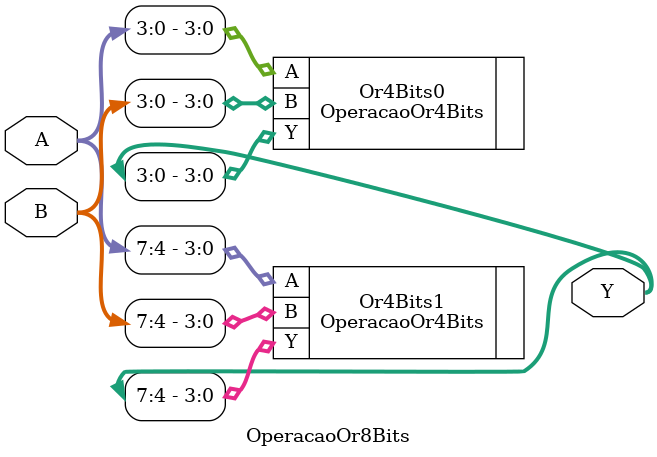
<source format=v>
module OperacaoOr8Bits(
    input  wire [7:0] A,    // Entrada A de 8 bits
    input  wire [7:0] B,    // Entrada B de 8 bits
    output wire [7:0] Y     // Saída Y de 8 bits
);

    OperacaoOr4Bits Or4Bits0(
        .A(A[3:0]),
        .B(B[3:0]),
        .Y(Y[3:0])
    );

    OperacaoOr4Bits Or4Bits1(
        .A(A[7:4]),
        .B(B[7:4]),
        .Y(Y[7:4])
    );

endmodule
</source>
